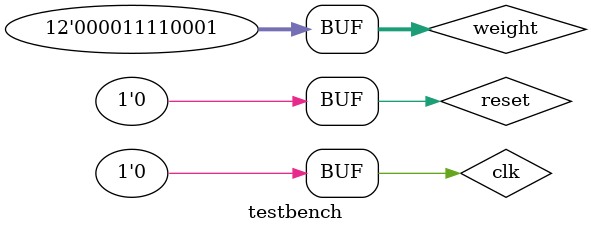
<source format=v>
module packagesorter(clk,reset,weight,grp1,grp2,grp3,grp4,grp5,grp6,currgrp,prevweight);
input clk;
input reset;
input [11:0] weight;
output reg [7:0] grp1;
output reg [7:0] grp2;
output reg [7:0] grp3;
output reg [7:0] grp4;
output reg [7:0] grp5;
output reg [7:0] grp6;
output reg [2:0] currgrp;
output reg [11:0] prevweight;

initial begin
grp1=0;
grp2=0;
grp3=0;
grp4=0;
grp5=0;
grp6=0;
currgrp=0;
prevweight=0;
end

always @ (negedge clk)
if (prevweight == 0)
begin
if (weight>=1 && weight<=250)
begin
grp1<=grp1+1;
currgrp<=1;
prevweight<=weight;
end
else if (weight>=251 && weight<=500)
begin
grp2<=grp2+1;
currgrp<=2;
prevweight<=weight;
end
else if (weight>=501 && weight<=750)
begin
grp3<=grp3+1;
currgrp<=3;
prevweight<=weight;
end
else if (weight>=751 && weight<=1500)
begin
grp4<=grp4+1;
currgrp<=4;
prevweight<=weight;
end
else if (weight>=1501 && weight<=2000)
begin
grp5<=grp5+1;
currgrp<=5;
prevweight<=weight;
end
else if (weight>=2000)
begin
grp6<=grp6+1;
currgrp<=6;
prevweight<=weight;
end
else
prevweight<=weight;
end
else
begin
prevweight<=weight;
if (weight>=1&&weight<=250)currgrp<=1;
else if (weight>=251&&weight<=500)currgrp<=2;
else if (weight>=501&&weight<=750)currgrp<=3;
else if (weight>=751&&weight<=1500)currgrp<=4;
else if (weight>=1501&&weight>=2000)currgrp<=5;
else if (weight>=2000)currgrp<=6;
else currgrp<=0;
end

always @ (reset)
if (reset)
begin
grp1<=0;
grp2<=0;
grp3<=0;
grp4<=0;
grp5<=0;
grp6<=0;
currgrp<=0;
end
else
currgrp<=currgrp;
endmodule


module testbench();
reg clk;
reg reset;
reg [11:0] weight;
wire [7:0] grp1;
wire [7:0] grp2;
wire [7:0] grp3;
wire [7:0] grp4;
wire [7:0] grp5;
wire [7:0] grp6;
wire [2:0] currgrp;
wire [11:0] prevweight;

initial begin
clk<=0;
weight<=0;
reset<=0;
end

packagesorter test1(clk,reset,weight,grp1,grp2,grp3,grp4,grp5,grp6,currgrp,prevweight);

always
begin
weight<=1500;
clk<=1;
reset<=0;
#(5);
clk<=0;
#(5);
if (grp4 == 8'h01 && currgrp == 8'h04)begin
$display("Right Answer 1");
end
else begin
$display("Wrong Answer 1");
end

weight<=1650;
#(5);
if (grp4 == 8'h01) begin
$display("Right Answer 2");
end
else begin
$display("Wrong Answer 2");
end

weight<=0;
#(5);
clk<=1;
#(5);
clk<=0;
#(5);
weight<=1650;
clk<=1;
#(5);
clk<=0;
#(5);
if (grp5 == 8'h01) begin
$display ("Right Answer 3");
end
else begin
$display("Wrong Answer 3");
end
weight<=241;
clk<=1;
#(5);
clk<=0;
#(5);
if (grp1 == 8'h00) begin
$display ("Right Answer 4");
end
else begin
$display("Wrong Answer 4");
end




end

endmodule


</source>
